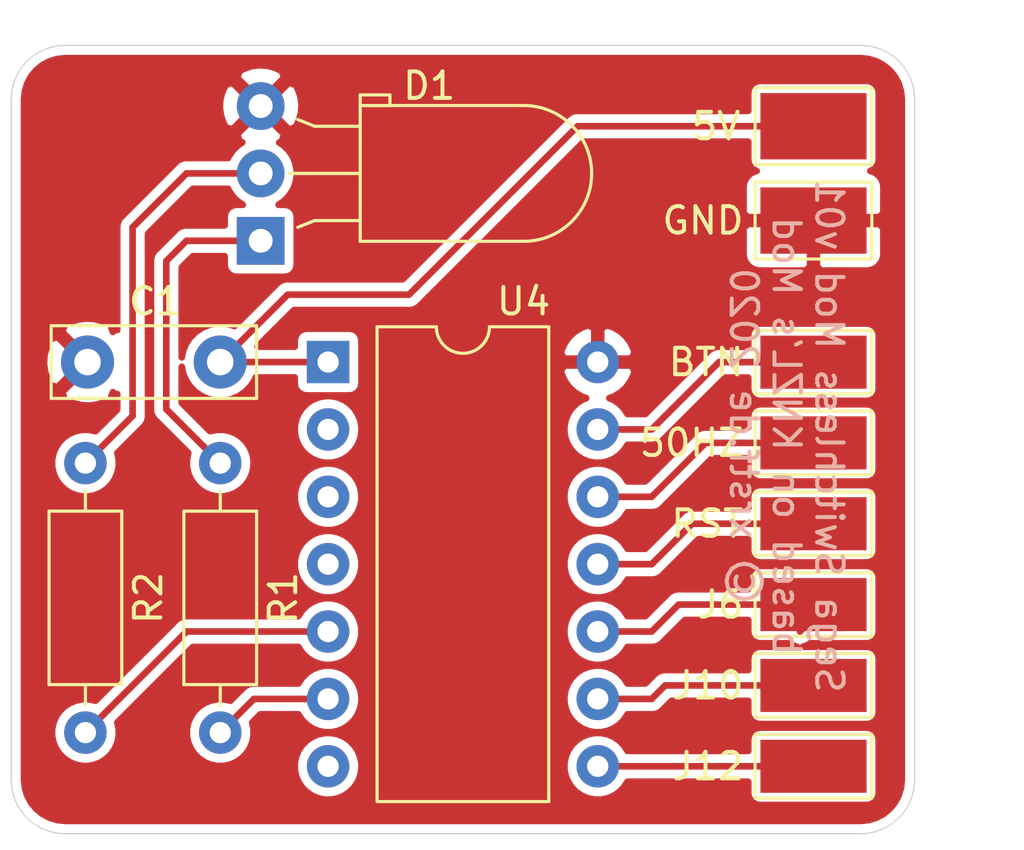
<source format=kicad_pcb>
(kicad_pcb (version 20171130) (host pcbnew "(5.1.6)-1")

  (general
    (thickness 1.6)
    (drawings 9)
    (tracks 35)
    (zones 0)
    (modules 13)
    (nets 13)
  )

  (page A4)
  (title_block
    (date 2020-07-05)
    (rev v01)
    (company xrstf)
  )

  (layers
    (0 F.Cu signal)
    (31 B.Cu signal)
    (32 B.Adhes user)
    (33 F.Adhes user)
    (34 B.Paste user)
    (35 F.Paste user)
    (36 B.SilkS user)
    (37 F.SilkS user)
    (38 B.Mask user)
    (39 F.Mask user)
    (40 Dwgs.User user)
    (41 Cmts.User user)
    (42 Eco1.User user)
    (43 Eco2.User user)
    (44 Edge.Cuts user)
    (45 Margin user)
    (46 B.CrtYd user hide)
    (47 F.CrtYd user)
    (48 B.Fab user)
    (49 F.Fab user)
  )

  (setup
    (last_trace_width 0.25)
    (trace_clearance 0.15)
    (zone_clearance 0.33)
    (zone_45_only no)
    (trace_min 0.127)
    (via_size 0.8)
    (via_drill 0.4)
    (via_min_size 0.4)
    (via_min_drill 0.3)
    (uvia_size 0.3)
    (uvia_drill 0.1)
    (uvias_allowed no)
    (uvia_min_size 0.2)
    (uvia_min_drill 0.1)
    (edge_width 0.05)
    (segment_width 0.2)
    (pcb_text_width 0.3)
    (pcb_text_size 1.5 1.5)
    (mod_edge_width 0.12)
    (mod_text_size 1 1)
    (mod_text_width 0.15)
    (pad_size 1.524 1.524)
    (pad_drill 0.762)
    (pad_to_mask_clearance 0.05)
    (aux_axis_origin 0 0)
    (visible_elements 7FFFFFFF)
    (pcbplotparams
      (layerselection 0x010fc_ffffffff)
      (usegerberextensions false)
      (usegerberattributes true)
      (usegerberadvancedattributes true)
      (creategerberjobfile true)
      (excludeedgelayer true)
      (linewidth 0.100000)
      (plotframeref false)
      (viasonmask false)
      (mode 1)
      (useauxorigin false)
      (hpglpennumber 1)
      (hpglpenspeed 20)
      (hpglpendiameter 15.000000)
      (psnegative false)
      (psa4output false)
      (plotreference true)
      (plotvalue false)
      (plotinvisibletext false)
      (padsonsilk false)
      (subtractmaskfromsilk false)
      (outputformat 1)
      (mirror false)
      (drillshape 0)
      (scaleselection 1)
      (outputdirectory "plot/"))
  )

  (net 0 "")
  (net 1 +5V)
  (net 2 GND)
  (net 3 "Net-(D1-Pad2)")
  (net 4 "Net-(D1-Pad1)")
  (net 5 "Net-(R1-Pad2)")
  (net 6 "Net-(R2-Pad2)")
  (net 7 "Net-(U1-Pad1)")
  (net 8 "Net-(U2-Pad1)")
  (net 9 "Net-(U3-Pad1)")
  (net 10 "Net-(U4-Pad10)")
  (net 11 "Net-(U4-Pad9)")
  (net 12 "Net-(U4-Pad8)")

  (net_class Default "This is the default net class."
    (clearance 0.15)
    (trace_width 0.25)
    (via_dia 0.8)
    (via_drill 0.4)
    (uvia_dia 0.3)
    (uvia_drill 0.1)
    (add_net +5V)
    (add_net GND)
    (add_net "Net-(D1-Pad1)")
    (add_net "Net-(D1-Pad2)")
    (add_net "Net-(R1-Pad2)")
    (add_net "Net-(R2-Pad2)")
    (add_net "Net-(U1-Pad1)")
    (add_net "Net-(U2-Pad1)")
    (add_net "Net-(U3-Pad1)")
    (add_net "Net-(U4-Pad10)")
    (add_net "Net-(U4-Pad8)")
    (add_net "Net-(U4-Pad9)")
  )

  (module SegaSwitchlessMod:WireSolderPad_2.5x4.0mm (layer F.Cu) (tedit 5F01300B) (tstamp 5F019E0C)
    (at 62.992 36.576 180)
    (descr "SMD rectangular pad as test Point, square 2.5mm side length")
    (tags "test point SMD pad rectangle square")
    (path /5F01A949)
    (attr virtual)
    (fp_text reference GND (at 2.54 0) (layer F.SilkS)
      (effects (font (size 1 1) (thickness 0.15)) (justify right))
    )
    (fp_text value Ground (at -5.207 0.127) (layer F.Fab)
      (effects (font (size 1 1) (thickness 0.15)))
    )
    (fp_line (start -2.2 -1.45) (end 2.2 -1.45) (layer F.SilkS) (width 0.12))
    (fp_line (start 2.2 -1.45) (end 2.2 1.45) (layer F.SilkS) (width 0.12))
    (fp_line (start 2.2 1.45) (end -2.2 1.45) (layer F.SilkS) (width 0.12))
    (fp_line (start -2.2 1.45) (end -2.2 -1.45) (layer F.SilkS) (width 0.12))
    (fp_line (start -2.5 -1.75) (end 2.5 -1.75) (layer F.CrtYd) (width 0.05))
    (fp_line (start -2.5 -1.75) (end -2.5 1.75) (layer F.CrtYd) (width 0.05))
    (fp_line (start 2.5 1.75) (end 2.5 -1.75) (layer F.CrtYd) (width 0.05))
    (fp_line (start 2.5 1.75) (end -2.5 1.75) (layer F.CrtYd) (width 0.05))
    (fp_text user %R (at -4.064 -1.143) (layer F.Fab)
      (effects (font (size 1 1) (thickness 0.15)))
    )
    (pad 1 smd rect (at 0 0 180) (size 4 2.5) (layers F.Cu F.Mask)
      (net 2 GND))
  )

  (module SegaSwitchlessMod:WireSolderPad_2.5x4.0mm (layer F.Cu) (tedit 5F01300B) (tstamp 5F020227)
    (at 62.992 33.02)
    (descr "SMD rectangular pad as test Point, square 2.5mm side length")
    (tags "test point SMD pad rectangle square")
    (path /5F01BDF5)
    (attr virtual)
    (fp_text reference 5V (at -2.667 0) (layer F.SilkS)
      (effects (font (size 1 1) (thickness 0.15)) (justify right))
    )
    (fp_text value 5V (at 1.651 -2.413) (layer F.Fab)
      (effects (font (size 1 1) (thickness 0.15)))
    )
    (fp_line (start 2.5 1.75) (end -2.5 1.75) (layer F.CrtYd) (width 0.05))
    (fp_line (start 2.5 1.75) (end 2.5 -1.75) (layer F.CrtYd) (width 0.05))
    (fp_line (start -2.5 -1.75) (end -2.5 1.75) (layer F.CrtYd) (width 0.05))
    (fp_line (start -2.5 -1.75) (end 2.5 -1.75) (layer F.CrtYd) (width 0.05))
    (fp_line (start -2.2 1.45) (end -2.2 -1.45) (layer F.SilkS) (width 0.12))
    (fp_line (start 2.2 1.45) (end -2.2 1.45) (layer F.SilkS) (width 0.12))
    (fp_line (start 2.2 -1.45) (end 2.2 1.45) (layer F.SilkS) (width 0.12))
    (fp_line (start -2.2 -1.45) (end 2.2 -1.45) (layer F.SilkS) (width 0.12))
    (fp_text user %R (at 1.651 -2.413) (layer F.Fab)
      (effects (font (size 1 1) (thickness 0.15)))
    )
    (pad 1 smd rect (at 0 0) (size 4 2.5) (layers F.Cu F.Mask)
      (net 1 +5V))
  )

  (module Package_DIP:DIP-14_W10.16mm (layer F.Cu) (tedit 5A02E8C5) (tstamp 5F01F63F)
    (at 44.704 41.91)
    (descr "14-lead though-hole mounted DIP package, row spacing 10.16 mm (400 mils)")
    (tags "THT DIP DIL PDIP 2.54mm 10.16mm 400mil")
    (path /5F03BE83)
    (fp_text reference U4 (at 7.366 -2.286) (layer F.SilkS)
      (effects (font (size 1 1) (thickness 0.15)))
    )
    (fp_text value PIC16F630-IP (at 5.08 17.57) (layer F.Fab)
      (effects (font (size 1 1) (thickness 0.15)))
    )
    (fp_line (start 11.25 -1.55) (end -1.05 -1.55) (layer F.CrtYd) (width 0.05))
    (fp_line (start 11.25 16.8) (end 11.25 -1.55) (layer F.CrtYd) (width 0.05))
    (fp_line (start -1.05 16.8) (end 11.25 16.8) (layer F.CrtYd) (width 0.05))
    (fp_line (start -1.05 -1.55) (end -1.05 16.8) (layer F.CrtYd) (width 0.05))
    (fp_line (start 8.315 -1.33) (end 6.08 -1.33) (layer F.SilkS) (width 0.12))
    (fp_line (start 8.315 16.57) (end 8.315 -1.33) (layer F.SilkS) (width 0.12))
    (fp_line (start 1.845 16.57) (end 8.315 16.57) (layer F.SilkS) (width 0.12))
    (fp_line (start 1.845 -1.33) (end 1.845 16.57) (layer F.SilkS) (width 0.12))
    (fp_line (start 4.08 -1.33) (end 1.845 -1.33) (layer F.SilkS) (width 0.12))
    (fp_line (start 1.905 -0.27) (end 2.905 -1.27) (layer F.Fab) (width 0.1))
    (fp_line (start 1.905 16.51) (end 1.905 -0.27) (layer F.Fab) (width 0.1))
    (fp_line (start 8.255 16.51) (end 1.905 16.51) (layer F.Fab) (width 0.1))
    (fp_line (start 8.255 -1.27) (end 8.255 16.51) (layer F.Fab) (width 0.1))
    (fp_line (start 2.905 -1.27) (end 8.255 -1.27) (layer F.Fab) (width 0.1))
    (fp_text user %R (at 5.08 7.62) (layer F.Fab)
      (effects (font (size 1 1) (thickness 0.15)))
    )
    (fp_arc (start 5.08 -1.33) (end 4.08 -1.33) (angle -180) (layer F.SilkS) (width 0.12))
    (pad 14 thru_hole oval (at 10.16 0) (size 1.6 1.6) (drill 0.8) (layers *.Cu *.Mask)
      (net 2 GND))
    (pad 7 thru_hole oval (at 0 15.24) (size 1.6 1.6) (drill 0.8) (layers *.Cu *.Mask))
    (pad 13 thru_hole oval (at 10.16 2.54) (size 1.6 1.6) (drill 0.8) (layers *.Cu *.Mask)
      (net 7 "Net-(U1-Pad1)"))
    (pad 6 thru_hole oval (at 0 12.7) (size 1.6 1.6) (drill 0.8) (layers *.Cu *.Mask)
      (net 5 "Net-(R1-Pad2)"))
    (pad 12 thru_hole oval (at 10.16 5.08) (size 1.6 1.6) (drill 0.8) (layers *.Cu *.Mask)
      (net 8 "Net-(U2-Pad1)"))
    (pad 5 thru_hole oval (at 0 10.16) (size 1.6 1.6) (drill 0.8) (layers *.Cu *.Mask)
      (net 6 "Net-(R2-Pad2)"))
    (pad 11 thru_hole oval (at 10.16 7.62) (size 1.6 1.6) (drill 0.8) (layers *.Cu *.Mask)
      (net 9 "Net-(U3-Pad1)"))
    (pad 4 thru_hole oval (at 0 7.62) (size 1.6 1.6) (drill 0.8) (layers *.Cu *.Mask))
    (pad 10 thru_hole oval (at 10.16 10.16) (size 1.6 1.6) (drill 0.8) (layers *.Cu *.Mask)
      (net 10 "Net-(U4-Pad10)"))
    (pad 3 thru_hole oval (at 0 5.08) (size 1.6 1.6) (drill 0.8) (layers *.Cu *.Mask))
    (pad 9 thru_hole oval (at 10.16 12.7) (size 1.6 1.6) (drill 0.8) (layers *.Cu *.Mask)
      (net 11 "Net-(U4-Pad9)"))
    (pad 2 thru_hole oval (at 0 2.54) (size 1.6 1.6) (drill 0.8) (layers *.Cu *.Mask))
    (pad 8 thru_hole oval (at 10.16 15.24) (size 1.6 1.6) (drill 0.8) (layers *.Cu *.Mask)
      (net 12 "Net-(U4-Pad8)"))
    (pad 1 thru_hole rect (at 0 0) (size 1.6 1.6) (drill 0.8) (layers *.Cu *.Mask)
      (net 1 +5V))
    (model ${KISYS3DMOD}/Package_DIP.3dshapes/DIP-14_W10.16mm.wrl
      (at (xyz 0 0 0))
      (scale (xyz 1 1 1))
      (rotate (xyz 0 0 0))
    )
  )

  (module SegaSwitchlessMod:WireSolderPad_2.0x4.0mm (layer F.Cu) (tedit 5F013062) (tstamp 5F01F9D4)
    (at 62.992 57.4)
    (descr "SMD rectangular pad as test Point, square 2.5mm side length")
    (tags "test point SMD pad rectangle square")
    (path /5F020ED1)
    (attr virtual)
    (fp_text reference J12 (at -2.54 -0.25) (layer F.SilkS)
      (effects (font (size 1 1) (thickness 0.15)) (justify right))
    )
    (fp_text value JP12 (at 0.05 2.05) (layer F.Fab)
      (effects (font (size 1 1) (thickness 0.15)))
    )
    (fp_line (start -2.2 -1.45) (end 2.2 -1.45) (layer F.SilkS) (width 0.12))
    (fp_line (start 2.2 -1.45) (end 2.2 0.95) (layer F.SilkS) (width 0.12))
    (fp_line (start 2.2 0.95) (end -2.2 0.95) (layer F.SilkS) (width 0.12))
    (fp_line (start -2.2 0.95) (end -2.2 -1.45) (layer F.SilkS) (width 0.12))
    (fp_line (start -2.5 -1.75) (end 2.5 -1.75) (layer F.CrtYd) (width 0.05))
    (fp_line (start -2.5 -1.75) (end -2.5 1.25) (layer F.CrtYd) (width 0.05))
    (fp_line (start 2.5 1.25) (end 2.5 -1.75) (layer F.CrtYd) (width 0.05))
    (fp_line (start 2.5 1.25) (end -2.5 1.25) (layer F.CrtYd) (width 0.05))
    (fp_text user %R (at -0.55 -2.45) (layer F.Fab)
      (effects (font (size 1 1) (thickness 0.15)))
    )
    (pad 1 smd rect (at 0 -0.25) (size 4 2) (layers F.Cu F.Mask)
      (net 12 "Net-(U4-Pad8)"))
  )

  (module SegaSwitchlessMod:WireSolderPad_2.0x4.0mm (layer F.Cu) (tedit 5F013062) (tstamp 5F019DF0)
    (at 62.992 54.352)
    (descr "SMD rectangular pad as test Point, square 2.5mm side length")
    (tags "test point SMD pad rectangle square")
    (path /5F020982)
    (attr virtual)
    (fp_text reference J10 (at -2.54 -0.25) (layer F.SilkS)
      (effects (font (size 1 1) (thickness 0.15)) (justify right))
    )
    (fp_text value JP10 (at 0.05 2.05) (layer F.Fab)
      (effects (font (size 1 1) (thickness 0.15)))
    )
    (fp_line (start -2.2 -1.45) (end 2.2 -1.45) (layer F.SilkS) (width 0.12))
    (fp_line (start 2.2 -1.45) (end 2.2 0.95) (layer F.SilkS) (width 0.12))
    (fp_line (start 2.2 0.95) (end -2.2 0.95) (layer F.SilkS) (width 0.12))
    (fp_line (start -2.2 0.95) (end -2.2 -1.45) (layer F.SilkS) (width 0.12))
    (fp_line (start -2.5 -1.75) (end 2.5 -1.75) (layer F.CrtYd) (width 0.05))
    (fp_line (start -2.5 -1.75) (end -2.5 1.25) (layer F.CrtYd) (width 0.05))
    (fp_line (start 2.5 1.25) (end 2.5 -1.75) (layer F.CrtYd) (width 0.05))
    (fp_line (start 2.5 1.25) (end -2.5 1.25) (layer F.CrtYd) (width 0.05))
    (fp_text user %R (at -0.55 -2.45) (layer F.Fab)
      (effects (font (size 1 1) (thickness 0.15)))
    )
    (pad 1 smd rect (at 0 -0.25) (size 4 2) (layers F.Cu F.Mask)
      (net 11 "Net-(U4-Pad9)"))
  )

  (module SegaSwitchlessMod:WireSolderPad_2.0x4.0mm (layer F.Cu) (tedit 5F013062) (tstamp 5F019DE2)
    (at 62.992 51.304)
    (descr "SMD rectangular pad as test Point, square 2.5mm side length")
    (tags "test point SMD pad rectangle square")
    (path /5F01FEFC)
    (attr virtual)
    (fp_text reference J6 (at -2.54 -0.25) (layer F.SilkS)
      (effects (font (size 1 1) (thickness 0.15)) (justify right))
    )
    (fp_text value JP6 (at 0.05 2.05) (layer F.Fab)
      (effects (font (size 1 1) (thickness 0.15)))
    )
    (fp_line (start -2.2 -1.45) (end 2.2 -1.45) (layer F.SilkS) (width 0.12))
    (fp_line (start 2.2 -1.45) (end 2.2 0.95) (layer F.SilkS) (width 0.12))
    (fp_line (start 2.2 0.95) (end -2.2 0.95) (layer F.SilkS) (width 0.12))
    (fp_line (start -2.2 0.95) (end -2.2 -1.45) (layer F.SilkS) (width 0.12))
    (fp_line (start -2.5 -1.75) (end 2.5 -1.75) (layer F.CrtYd) (width 0.05))
    (fp_line (start -2.5 -1.75) (end -2.5 1.25) (layer F.CrtYd) (width 0.05))
    (fp_line (start 2.5 1.25) (end 2.5 -1.75) (layer F.CrtYd) (width 0.05))
    (fp_line (start 2.5 1.25) (end -2.5 1.25) (layer F.CrtYd) (width 0.05))
    (fp_text user %R (at -0.55 -2.45) (layer F.Fab)
      (effects (font (size 1 1) (thickness 0.15)))
    )
    (pad 1 smd rect (at 0 -0.25) (size 4 2) (layers F.Cu F.Mask)
      (net 10 "Net-(U4-Pad10)"))
  )

  (module SegaSwitchlessMod:WireSolderPad_2.0x4.0mm (layer F.Cu) (tedit 5F013062) (tstamp 5F019DB2)
    (at 62.992 48.256)
    (descr "SMD rectangular pad as test Point, square 2.5mm side length")
    (tags "test point SMD pad rectangle square")
    (path /5F01E242)
    (attr virtual)
    (fp_text reference RST (at -2.54 -0.25) (layer F.SilkS)
      (effects (font (size 1 1) (thickness 0.15)) (justify right))
    )
    (fp_text value RST (at 0.05 2.05) (layer F.Fab)
      (effects (font (size 1 1) (thickness 0.15)))
    )
    (fp_line (start -2.2 -1.45) (end 2.2 -1.45) (layer F.SilkS) (width 0.12))
    (fp_line (start 2.2 -1.45) (end 2.2 0.95) (layer F.SilkS) (width 0.12))
    (fp_line (start 2.2 0.95) (end -2.2 0.95) (layer F.SilkS) (width 0.12))
    (fp_line (start -2.2 0.95) (end -2.2 -1.45) (layer F.SilkS) (width 0.12))
    (fp_line (start -2.5 -1.75) (end 2.5 -1.75) (layer F.CrtYd) (width 0.05))
    (fp_line (start -2.5 -1.75) (end -2.5 1.25) (layer F.CrtYd) (width 0.05))
    (fp_line (start 2.5 1.25) (end 2.5 -1.75) (layer F.CrtYd) (width 0.05))
    (fp_line (start 2.5 1.25) (end -2.5 1.25) (layer F.CrtYd) (width 0.05))
    (fp_text user %R (at -0.55 -2.45) (layer F.Fab)
      (effects (font (size 1 1) (thickness 0.15)))
    )
    (pad 1 smd rect (at 0 -0.25) (size 4 2) (layers F.Cu F.Mask)
      (net 9 "Net-(U3-Pad1)"))
  )

  (module SegaSwitchlessMod:WireSolderPad_2.0x4.0mm (layer F.Cu) (tedit 5F013062) (tstamp 5F019DA4)
    (at 62.992 45.208)
    (descr "SMD rectangular pad as test Point, square 2.5mm side length")
    (tags "test point SMD pad rectangle square")
    (path /5F01DDEB)
    (attr virtual)
    (fp_text reference 50HZ (at -2.54 -0.25) (layer F.SilkS)
      (effects (font (size 1 1) (thickness 0.15)) (justify right))
    )
    (fp_text value 50 (at 0.05 2.05) (layer F.Fab)
      (effects (font (size 1 1) (thickness 0.15)))
    )
    (fp_line (start -2.2 -1.45) (end 2.2 -1.45) (layer F.SilkS) (width 0.12))
    (fp_line (start 2.2 -1.45) (end 2.2 0.95) (layer F.SilkS) (width 0.12))
    (fp_line (start 2.2 0.95) (end -2.2 0.95) (layer F.SilkS) (width 0.12))
    (fp_line (start -2.2 0.95) (end -2.2 -1.45) (layer F.SilkS) (width 0.12))
    (fp_line (start -2.5 -1.75) (end 2.5 -1.75) (layer F.CrtYd) (width 0.05))
    (fp_line (start -2.5 -1.75) (end -2.5 1.25) (layer F.CrtYd) (width 0.05))
    (fp_line (start 2.5 1.25) (end 2.5 -1.75) (layer F.CrtYd) (width 0.05))
    (fp_line (start 2.5 1.25) (end -2.5 1.25) (layer F.CrtYd) (width 0.05))
    (fp_text user %R (at -0.55 -2.45) (layer F.Fab)
      (effects (font (size 1 1) (thickness 0.15)))
    )
    (pad 1 smd rect (at 0 -0.25) (size 4 2) (layers F.Cu F.Mask)
      (net 8 "Net-(U2-Pad1)"))
  )

  (module SegaSwitchlessMod:WireSolderPad_2.0x4.0mm (layer F.Cu) (tedit 5F013062) (tstamp 5F019D96)
    (at 62.992 42.164)
    (descr "SMD rectangular pad as test Point, square 2.5mm side length")
    (tags "test point SMD pad rectangle square")
    (path /5F01CD79)
    (attr virtual)
    (fp_text reference BTN (at -2.54 -0.25) (layer F.SilkS)
      (effects (font (size 1 1) (thickness 0.15)) (justify right))
    )
    (fp_text value BUTTON (at 0.05 2.05) (layer F.Fab)
      (effects (font (size 1 1) (thickness 0.15)))
    )
    (fp_line (start -2.2 -1.45) (end 2.2 -1.45) (layer F.SilkS) (width 0.12))
    (fp_line (start 2.2 -1.45) (end 2.2 0.95) (layer F.SilkS) (width 0.12))
    (fp_line (start 2.2 0.95) (end -2.2 0.95) (layer F.SilkS) (width 0.12))
    (fp_line (start -2.2 0.95) (end -2.2 -1.45) (layer F.SilkS) (width 0.12))
    (fp_line (start -2.5 -1.75) (end 2.5 -1.75) (layer F.CrtYd) (width 0.05))
    (fp_line (start -2.5 -1.75) (end -2.5 1.25) (layer F.CrtYd) (width 0.05))
    (fp_line (start 2.5 1.25) (end 2.5 -1.75) (layer F.CrtYd) (width 0.05))
    (fp_line (start 2.5 1.25) (end -2.5 1.25) (layer F.CrtYd) (width 0.05))
    (fp_text user %R (at -0.55 -2.45) (layer F.Fab)
      (effects (font (size 1 1) (thickness 0.15)))
    )
    (pad 1 smd rect (at 0 -0.25) (size 4 2) (layers F.Cu F.Mask)
      (net 7 "Net-(U1-Pad1)"))
  )

  (module Resistor_THT:R_Axial_DIN0207_L6.3mm_D2.5mm_P10.16mm_Horizontal (layer F.Cu) (tedit 5AE5139B) (tstamp 5F01A0B8)
    (at 35.56 45.72 270)
    (descr "Resistor, Axial_DIN0207 series, Axial, Horizontal, pin pitch=10.16mm, 0.25W = 1/4W, length*diameter=6.3*2.5mm^2, http://cdn-reichelt.de/documents/datenblatt/B400/1_4W%23YAG.pdf")
    (tags "Resistor Axial_DIN0207 series Axial Horizontal pin pitch 10.16mm 0.25W = 1/4W length 6.3mm diameter 2.5mm")
    (path /5F01D5A4)
    (fp_text reference R2 (at 5.08 -2.37 90) (layer F.SilkS)
      (effects (font (size 1 1) (thickness 0.15)))
    )
    (fp_text value 220 (at 5.08 2.37 90) (layer F.Fab)
      (effects (font (size 1 1) (thickness 0.15)))
    )
    (fp_line (start 11.21 -1.5) (end -1.05 -1.5) (layer F.CrtYd) (width 0.05))
    (fp_line (start 11.21 1.5) (end 11.21 -1.5) (layer F.CrtYd) (width 0.05))
    (fp_line (start -1.05 1.5) (end 11.21 1.5) (layer F.CrtYd) (width 0.05))
    (fp_line (start -1.05 -1.5) (end -1.05 1.5) (layer F.CrtYd) (width 0.05))
    (fp_line (start 9.12 0) (end 8.35 0) (layer F.SilkS) (width 0.12))
    (fp_line (start 1.04 0) (end 1.81 0) (layer F.SilkS) (width 0.12))
    (fp_line (start 8.35 -1.37) (end 1.81 -1.37) (layer F.SilkS) (width 0.12))
    (fp_line (start 8.35 1.37) (end 8.35 -1.37) (layer F.SilkS) (width 0.12))
    (fp_line (start 1.81 1.37) (end 8.35 1.37) (layer F.SilkS) (width 0.12))
    (fp_line (start 1.81 -1.37) (end 1.81 1.37) (layer F.SilkS) (width 0.12))
    (fp_line (start 10.16 0) (end 8.23 0) (layer F.Fab) (width 0.1))
    (fp_line (start 0 0) (end 1.93 0) (layer F.Fab) (width 0.1))
    (fp_line (start 8.23 -1.25) (end 1.93 -1.25) (layer F.Fab) (width 0.1))
    (fp_line (start 8.23 1.25) (end 8.23 -1.25) (layer F.Fab) (width 0.1))
    (fp_line (start 1.93 1.25) (end 8.23 1.25) (layer F.Fab) (width 0.1))
    (fp_line (start 1.93 -1.25) (end 1.93 1.25) (layer F.Fab) (width 0.1))
    (fp_text user %R (at 5.08 0 90) (layer F.Fab)
      (effects (font (size 1 1) (thickness 0.15)))
    )
    (pad 2 thru_hole oval (at 10.16 0 270) (size 1.6 1.6) (drill 0.8) (layers *.Cu *.Mask)
      (net 6 "Net-(R2-Pad2)"))
    (pad 1 thru_hole circle (at 0 0 270) (size 1.6 1.6) (drill 0.8) (layers *.Cu *.Mask)
      (net 3 "Net-(D1-Pad2)"))
    (model ${KISYS3DMOD}/Resistor_THT.3dshapes/R_Axial_DIN0207_L6.3mm_D2.5mm_P10.16mm_Horizontal.wrl
      (at (xyz 0 0 0))
      (scale (xyz 1 1 1))
      (rotate (xyz 0 0 0))
    )
  )

  (module Resistor_THT:R_Axial_DIN0207_L6.3mm_D2.5mm_P10.16mm_Horizontal (layer F.Cu) (tedit 5AE5139B) (tstamp 5F019D71)
    (at 40.64 45.72 270)
    (descr "Resistor, Axial_DIN0207 series, Axial, Horizontal, pin pitch=10.16mm, 0.25W = 1/4W, length*diameter=6.3*2.5mm^2, http://cdn-reichelt.de/documents/datenblatt/B400/1_4W%23YAG.pdf")
    (tags "Resistor Axial_DIN0207 series Axial Horizontal pin pitch 10.16mm 0.25W = 1/4W length 6.3mm diameter 2.5mm")
    (path /5F01E8BC)
    (fp_text reference R1 (at 5.08 -2.37 90) (layer F.SilkS)
      (effects (font (size 1 1) (thickness 0.15)))
    )
    (fp_text value 220 (at 5.08 2.37 90) (layer F.Fab)
      (effects (font (size 1 1) (thickness 0.15)))
    )
    (fp_line (start 11.21 -1.5) (end -1.05 -1.5) (layer F.CrtYd) (width 0.05))
    (fp_line (start 11.21 1.5) (end 11.21 -1.5) (layer F.CrtYd) (width 0.05))
    (fp_line (start -1.05 1.5) (end 11.21 1.5) (layer F.CrtYd) (width 0.05))
    (fp_line (start -1.05 -1.5) (end -1.05 1.5) (layer F.CrtYd) (width 0.05))
    (fp_line (start 9.12 0) (end 8.35 0) (layer F.SilkS) (width 0.12))
    (fp_line (start 1.04 0) (end 1.81 0) (layer F.SilkS) (width 0.12))
    (fp_line (start 8.35 -1.37) (end 1.81 -1.37) (layer F.SilkS) (width 0.12))
    (fp_line (start 8.35 1.37) (end 8.35 -1.37) (layer F.SilkS) (width 0.12))
    (fp_line (start 1.81 1.37) (end 8.35 1.37) (layer F.SilkS) (width 0.12))
    (fp_line (start 1.81 -1.37) (end 1.81 1.37) (layer F.SilkS) (width 0.12))
    (fp_line (start 10.16 0) (end 8.23 0) (layer F.Fab) (width 0.1))
    (fp_line (start 0 0) (end 1.93 0) (layer F.Fab) (width 0.1))
    (fp_line (start 8.23 -1.25) (end 1.93 -1.25) (layer F.Fab) (width 0.1))
    (fp_line (start 8.23 1.25) (end 8.23 -1.25) (layer F.Fab) (width 0.1))
    (fp_line (start 1.93 1.25) (end 8.23 1.25) (layer F.Fab) (width 0.1))
    (fp_line (start 1.93 -1.25) (end 1.93 1.25) (layer F.Fab) (width 0.1))
    (fp_text user %R (at 5.08 0 90) (layer F.Fab)
      (effects (font (size 1 1) (thickness 0.15)))
    )
    (pad 2 thru_hole oval (at 10.16 0 270) (size 1.6 1.6) (drill 0.8) (layers *.Cu *.Mask)
      (net 5 "Net-(R1-Pad2)"))
    (pad 1 thru_hole circle (at 0 0 270) (size 1.6 1.6) (drill 0.8) (layers *.Cu *.Mask)
      (net 4 "Net-(D1-Pad1)"))
    (model ${KISYS3DMOD}/Resistor_THT.3dshapes/R_Axial_DIN0207_L6.3mm_D2.5mm_P10.16mm_Horizontal.wrl
      (at (xyz 0 0 0))
      (scale (xyz 1 1 1))
      (rotate (xyz 0 0 0))
    )
  )

  (module LED_THT:LED_D5.0mm-3_Horizontal_O3.81mm_Z3.0mm (layer F.Cu) (tedit 5AD336A9) (tstamp 5F02112D)
    (at 42.164 37.338 90)
    (descr "LED, diameter 5.0mm z-position of LED center 3.0mm, 3 pins, diameter 5.0mm z-position of LED center 3.0mm, 2 pins")
    (tags "LED diameter 5.0mm z-position of LED center 3.0mm 3 pins diameter 5.0mm z-position of LED center 3.0mm 2 pins")
    (path /5F0A1C27)
    (fp_text reference D1 (at 5.842 6.35) (layer F.SilkS)
      (effects (font (size 1 1) (thickness 0.15)))
    )
    (fp_text value LED_Dual_AAC (at 3.81 13.47 90) (layer F.Fab)
      (effects (font (size 1 1) (thickness 0.15)))
    )
    (fp_line (start -1.15 -1.15) (end -1.15 12.65) (layer F.CrtYd) (width 0.05))
    (fp_line (start 6.25 -1.15) (end -1.15 -1.15) (layer F.CrtYd) (width 0.05))
    (fp_line (start 6.25 12.65) (end 6.25 -1.15) (layer F.CrtYd) (width 0.05))
    (fp_line (start -1.15 12.65) (end 6.25 12.65) (layer F.CrtYd) (width 0.05))
    (fp_line (start 0.762 2.032) (end 0.508 1.397) (layer F.SilkS) (width 0.12))
    (fp_line (start 0.762 2.032) (end 0 0) (layer F.Fab) (width 0.1))
    (fp_line (start 4.318 2.032) (end 5.08 0) (layer F.Fab) (width 0.1))
    (fp_line (start 4.318 2.032) (end 4.572 1.397) (layer F.SilkS) (width 0.12))
    (fp_line (start 0.04 3.81) (end 0.04 9.91) (layer F.Fab) (width 0.1))
    (fp_line (start 5.04 3.81) (end 5.04 9.91) (layer F.Fab) (width 0.1))
    (fp_line (start 0.04 3.81) (end 5.04 3.81) (layer F.Fab) (width 0.1))
    (fp_line (start 5.44 3.81) (end 5.44 4.81) (layer F.Fab) (width 0.1))
    (fp_line (start 5.44 4.81) (end 5.04 4.81) (layer F.Fab) (width 0.1))
    (fp_line (start 5.04 4.81) (end 5.04 3.81) (layer F.Fab) (width 0.1))
    (fp_line (start 5.04 3.81) (end 5.44 3.81) (layer F.Fab) (width 0.1))
    (fp_line (start 2.54 0) (end 2.54 3.81) (layer F.Fab) (width 0.1))
    (fp_line (start 1.27 3.81) (end 1.27 3.81) (layer F.Fab) (width 0.1))
    (fp_line (start 2.54 3.81) (end 2.54 0) (layer F.Fab) (width 0.1))
    (fp_line (start 2.54 0) (end 2.54 0) (layer F.Fab) (width 0.1))
    (fp_line (start 4.318 2.032) (end 4.318 3.81) (layer F.Fab) (width 0.1))
    (fp_line (start 3.81 3.81) (end 3.81 3.81) (layer F.Fab) (width 0.1))
    (fp_line (start 0.762 3.81) (end 0.762 2.032) (layer F.Fab) (width 0.1))
    (fp_line (start 5.08 0) (end 5.08 0) (layer F.Fab) (width 0.1))
    (fp_line (start -0.02 3.75) (end -0.02 9.91) (layer F.SilkS) (width 0.12))
    (fp_line (start 5.1 3.75) (end 5.1 9.91) (layer F.SilkS) (width 0.12))
    (fp_line (start -0.02 3.75) (end 5.1 3.75) (layer F.SilkS) (width 0.12))
    (fp_line (start 5.5 3.75) (end 5.5 4.87) (layer F.SilkS) (width 0.12))
    (fp_line (start 5.5 4.87) (end 5.1 4.87) (layer F.SilkS) (width 0.12))
    (fp_line (start 5.1 4.87) (end 5.1 3.75) (layer F.SilkS) (width 0.12))
    (fp_line (start 5.1 3.75) (end 5.5 3.75) (layer F.SilkS) (width 0.12))
    (fp_line (start 2.54 1.08) (end 2.54 3.75) (layer F.SilkS) (width 0.12))
    (fp_line (start 1.27 3.75) (end 1.27 3.75) (layer F.SilkS) (width 0.12))
    (fp_line (start 2.54 3.75) (end 2.54 1.08) (layer F.SilkS) (width 0.12))
    (fp_line (start 2.54 1.08) (end 2.54 1.08) (layer F.SilkS) (width 0.12))
    (fp_line (start 0.762 2.032) (end 0.762 3.75) (layer F.SilkS) (width 0.12))
    (fp_line (start 3.81 3.75) (end 3.81 3.75) (layer F.SilkS) (width 0.12))
    (fp_line (start 4.318 3.75) (end 4.318 2.032) (layer F.SilkS) (width 0.12))
    (fp_text user %R (at 2.54 7.62 90) (layer F.Fab)
      (effects (font (size 1 1) (thickness 0.15)))
    )
    (fp_arc (start 2.54 9.91) (end 0.04 9.91) (angle -180) (layer F.Fab) (width 0.1))
    (fp_arc (start 2.54 9.91) (end -0.02 9.91) (angle -180) (layer F.SilkS) (width 0.12))
    (pad 1 thru_hole rect (at 0 0 90) (size 1.8 1.8) (drill 0.9) (layers *.Cu *.Mask)
      (net 4 "Net-(D1-Pad1)"))
    (pad 2 thru_hole circle (at 2.54 0 90) (size 1.8 1.8) (drill 0.9) (layers *.Cu *.Mask)
      (net 3 "Net-(D1-Pad2)"))
    (pad 3 thru_hole circle (at 5.08 0 90) (size 1.8 1.8) (drill 0.9) (layers *.Cu *.Mask)
      (net 2 GND))
    (model ${KISYS3DMOD}/LED_THT.3dshapes/LED_D5.0mm-3_Horizontal_O3.81mm_Z3.0mm.wrl
      (at (xyz 0 0 0))
      (scale (xyz 1 1 1))
      (rotate (xyz 0 0 0))
    )
  )

  (module Capacitor_THT:C_Disc_D7.5mm_W2.5mm_P5.00mm (layer F.Cu) (tedit 5AE50EF0) (tstamp 5F019D2B)
    (at 35.64 41.91)
    (descr "C, Disc series, Radial, pin pitch=5.00mm, , diameter*width=7.5*2.5mm^2, Capacitor, http://www.vishay.com/docs/28535/vy2series.pdf")
    (tags "C Disc series Radial pin pitch 5.00mm  diameter 7.5mm width 2.5mm Capacitor")
    (path /5F015BAD)
    (fp_text reference C1 (at 2.54 -2.286) (layer F.SilkS)
      (effects (font (size 1 1) (thickness 0.15)))
    )
    (fp_text value 100nF (at 2.5 2.5) (layer F.Fab)
      (effects (font (size 1 1) (thickness 0.15)))
    )
    (fp_line (start 6.5 -1.5) (end -1.5 -1.5) (layer F.CrtYd) (width 0.05))
    (fp_line (start 6.5 1.5) (end 6.5 -1.5) (layer F.CrtYd) (width 0.05))
    (fp_line (start -1.5 1.5) (end 6.5 1.5) (layer F.CrtYd) (width 0.05))
    (fp_line (start -1.5 -1.5) (end -1.5 1.5) (layer F.CrtYd) (width 0.05))
    (fp_line (start 6.37 -1.37) (end 6.37 1.37) (layer F.SilkS) (width 0.12))
    (fp_line (start -1.37 -1.37) (end -1.37 1.37) (layer F.SilkS) (width 0.12))
    (fp_line (start -1.37 1.37) (end 6.37 1.37) (layer F.SilkS) (width 0.12))
    (fp_line (start -1.37 -1.37) (end 6.37 -1.37) (layer F.SilkS) (width 0.12))
    (fp_line (start 6.25 -1.25) (end -1.25 -1.25) (layer F.Fab) (width 0.1))
    (fp_line (start 6.25 1.25) (end 6.25 -1.25) (layer F.Fab) (width 0.1))
    (fp_line (start -1.25 1.25) (end 6.25 1.25) (layer F.Fab) (width 0.1))
    (fp_line (start -1.25 -1.25) (end -1.25 1.25) (layer F.Fab) (width 0.1))
    (fp_text user %R (at 2.5 0) (layer F.Fab)
      (effects (font (size 1 1) (thickness 0.15)))
    )
    (pad 2 thru_hole circle (at 5 0) (size 2 2) (drill 1) (layers *.Cu *.Mask)
      (net 1 +5V))
    (pad 1 thru_hole circle (at 0 0) (size 2 2) (drill 1) (layers *.Cu *.Mask)
      (net 2 GND))
    (model ${KISYS3DMOD}/Capacitor_THT.3dshapes/C_Disc_D7.5mm_W2.5mm_P5.00mm.wrl
      (at (xyz 0 0 0))
      (scale (xyz 1 1 1))
      (rotate (xyz 0 0 0))
    )
  )

  (gr_text "Sega Switchless Mod v01\nbased on KNZL's Mod\n© xrstf.de 2020" (at 61.976 44.704 -90) (layer B.SilkS)
    (effects (font (size 1 1) (thickness 0.15)) (justify mirror))
  )
  (gr_arc (start 34.798 57.658) (end 32.766 57.658) (angle -90) (layer Edge.Cuts) (width 0.05))
  (gr_arc (start 34.798 32.004) (end 34.798 29.972) (angle -90) (layer Edge.Cuts) (width 0.05))
  (gr_arc (start 64.77 32.004) (end 66.802 32.004) (angle -90) (layer Edge.Cuts) (width 0.05))
  (gr_arc (start 64.77 57.658) (end 64.77 59.69) (angle -90) (layer Edge.Cuts) (width 0.05))
  (gr_line (start 34.798 59.69) (end 64.77 59.69) (layer Edge.Cuts) (width 0.05) (tstamp 5F01AC87))
  (gr_line (start 32.766 32.004) (end 32.766 57.658) (layer Edge.Cuts) (width 0.05))
  (gr_line (start 64.77 29.972) (end 34.798 29.972) (layer Edge.Cuts) (width 0.05))
  (gr_line (start 66.802 57.658) (end 66.802 32.004) (layer Edge.Cuts) (width 0.05))

  (segment (start 40.64 41.91) (end 44.704 41.91) (width 0.25) (layer F.Cu) (net 1))
  (segment (start 43.18 39.37) (end 40.64 41.91) (width 0.25) (layer F.Cu) (net 1))
  (segment (start 47.752 39.37) (end 43.18 39.37) (width 0.25) (layer F.Cu) (net 1))
  (segment (start 62.992 33.02) (end 54.102 33.02) (width 0.25) (layer F.Cu) (net 1))
  (segment (start 54.102 33.02) (end 47.752 39.37) (width 0.25) (layer F.Cu) (net 1))
  (segment (start 35.56 45.72) (end 37.338 43.942) (width 0.25) (layer F.Cu) (net 3))
  (segment (start 37.338 43.942) (end 37.338 36.83) (width 0.25) (layer F.Cu) (net 3))
  (segment (start 39.37 34.798) (end 42.164 34.798) (width 0.25) (layer F.Cu) (net 3))
  (segment (start 37.338 36.83) (end 39.37 34.798) (width 0.25) (layer F.Cu) (net 3))
  (segment (start 40.64 45.72) (end 38.608 43.688) (width 0.25) (layer F.Cu) (net 4))
  (segment (start 38.608 43.688) (end 38.608 38.1) (width 0.25) (layer F.Cu) (net 4))
  (segment (start 39.37 37.338) (end 42.164 37.338) (width 0.25) (layer F.Cu) (net 4))
  (segment (start 38.608 38.1) (end 39.37 37.338) (width 0.25) (layer F.Cu) (net 4))
  (segment (start 40.894 55.88) (end 40.64 55.88) (width 0.25) (layer F.Cu) (net 5))
  (segment (start 41.91 54.61) (end 40.64 55.88) (width 0.25) (layer F.Cu) (net 5))
  (segment (start 44.704 54.61) (end 41.91 54.61) (width 0.25) (layer F.Cu) (net 5))
  (segment (start 39.37 52.07) (end 35.56 55.88) (width 0.25) (layer F.Cu) (net 6))
  (segment (start 44.704 52.07) (end 39.37 52.07) (width 0.25) (layer F.Cu) (net 6))
  (segment (start 54.864 44.45) (end 56.896 44.45) (width 0.25) (layer F.Cu) (net 7))
  (segment (start 59.432 41.914) (end 62.992 41.914) (width 0.25) (layer F.Cu) (net 7))
  (segment (start 56.896 44.45) (end 59.432 41.914) (width 0.25) (layer F.Cu) (net 7))
  (segment (start 54.864 46.99) (end 56.896 46.99) (width 0.25) (layer F.Cu) (net 8))
  (segment (start 58.928 44.958) (end 62.992 44.958) (width 0.25) (layer F.Cu) (net 8))
  (segment (start 56.896 46.99) (end 58.928 44.958) (width 0.25) (layer F.Cu) (net 8))
  (segment (start 54.864 49.53) (end 56.896 49.53) (width 0.25) (layer F.Cu) (net 9))
  (segment (start 58.42 48.006) (end 62.992 48.006) (width 0.25) (layer F.Cu) (net 9))
  (segment (start 56.896 49.53) (end 58.42 48.006) (width 0.25) (layer F.Cu) (net 9))
  (segment (start 62.484 52.07) (end 62.992 51.562) (width 0.25) (layer F.Cu) (net 10))
  (segment (start 54.864 52.07) (end 56.896 52.07) (width 0.25) (layer F.Cu) (net 10))
  (segment (start 57.912 51.054) (end 62.992 51.054) (width 0.25) (layer F.Cu) (net 10))
  (segment (start 56.896 52.07) (end 57.912 51.054) (width 0.25) (layer F.Cu) (net 10))
  (segment (start 54.864 54.61) (end 56.896 54.61) (width 0.25) (layer F.Cu) (net 11))
  (segment (start 57.404 54.102) (end 62.992 54.102) (width 0.25) (layer F.Cu) (net 11))
  (segment (start 56.896 54.61) (end 57.404 54.102) (width 0.25) (layer F.Cu) (net 11))
  (segment (start 54.864 57.15) (end 62.992 57.15) (width 0.25) (layer F.Cu) (net 12))

  (zone (net 2) (net_name GND) (layer F.Cu) (tstamp 5F020813) (hatch edge 0.508)
    (connect_pads (clearance 0.33))
    (min_thickness 0.254)
    (fill yes (arc_segments 32) (thermal_gap 0.508) (thermal_bridge_width 0.508))
    (polygon
      (pts
        (xy 67.056 59.944) (xy 32.512 59.944) (xy 32.512 29.718) (xy 67.056 29.718)
      )
    )
    (filled_polygon
      (pts
        (xy 65.070617 30.485787) (xy 65.359776 30.573089) (xy 65.626478 30.714897) (xy 65.860555 30.905806) (xy 66.053094 31.138546)
        (xy 66.196758 31.404247) (xy 66.286077 31.692792) (xy 66.320001 32.015563) (xy 66.32 57.634422) (xy 66.288213 57.958617)
        (xy 66.20091 58.247777) (xy 66.0591 58.514481) (xy 65.868197 58.748552) (xy 65.635454 58.941094) (xy 65.369755 59.084757)
        (xy 65.08121 59.174077) (xy 64.758446 59.208) (xy 34.821578 59.208) (xy 34.497383 59.176213) (xy 34.208223 59.08891)
        (xy 33.941519 58.9471) (xy 33.707448 58.756197) (xy 33.514906 58.523454) (xy 33.371243 58.257755) (xy 33.281923 57.96921)
        (xy 33.248 57.646446) (xy 33.248 55.756196) (xy 34.303 55.756196) (xy 34.303 56.003804) (xy 34.351306 56.246653)
        (xy 34.446061 56.475413) (xy 34.583624 56.681291) (xy 34.758709 56.856376) (xy 34.964587 56.993939) (xy 35.193347 57.088694)
        (xy 35.436196 57.137) (xy 35.683804 57.137) (xy 35.926653 57.088694) (xy 36.155413 56.993939) (xy 36.361291 56.856376)
        (xy 36.536376 56.681291) (xy 36.673939 56.475413) (xy 36.768694 56.246653) (xy 36.817 56.003804) (xy 36.817 55.756196)
        (xy 39.383 55.756196) (xy 39.383 56.003804) (xy 39.431306 56.246653) (xy 39.526061 56.475413) (xy 39.663624 56.681291)
        (xy 39.838709 56.856376) (xy 40.044587 56.993939) (xy 40.273347 57.088694) (xy 40.516196 57.137) (xy 40.763804 57.137)
        (xy 41.006653 57.088694) (xy 41.157537 57.026196) (xy 43.447 57.026196) (xy 43.447 57.273804) (xy 43.495306 57.516653)
        (xy 43.590061 57.745413) (xy 43.727624 57.951291) (xy 43.902709 58.126376) (xy 44.108587 58.263939) (xy 44.337347 58.358694)
        (xy 44.580196 58.407) (xy 44.827804 58.407) (xy 45.070653 58.358694) (xy 45.299413 58.263939) (xy 45.505291 58.126376)
        (xy 45.680376 57.951291) (xy 45.817939 57.745413) (xy 45.912694 57.516653) (xy 45.961 57.273804) (xy 45.961 57.026196)
        (xy 53.607 57.026196) (xy 53.607 57.273804) (xy 53.655306 57.516653) (xy 53.750061 57.745413) (xy 53.887624 57.951291)
        (xy 54.062709 58.126376) (xy 54.268587 58.263939) (xy 54.497347 58.358694) (xy 54.740196 58.407) (xy 54.987804 58.407)
        (xy 55.230653 58.358694) (xy 55.459413 58.263939) (xy 55.665291 58.126376) (xy 55.840376 57.951291) (xy 55.977939 57.745413)
        (xy 55.983495 57.732) (xy 60.532789 57.732) (xy 60.532789 58.15) (xy 60.541613 58.239588) (xy 60.567744 58.325732)
        (xy 60.61018 58.405124) (xy 60.667289 58.474711) (xy 60.736876 58.53182) (xy 60.816268 58.574256) (xy 60.902412 58.600387)
        (xy 60.992 58.609211) (xy 64.992 58.609211) (xy 65.081588 58.600387) (xy 65.167732 58.574256) (xy 65.247124 58.53182)
        (xy 65.316711 58.474711) (xy 65.37382 58.405124) (xy 65.416256 58.325732) (xy 65.442387 58.239588) (xy 65.451211 58.15)
        (xy 65.451211 56.15) (xy 65.442387 56.060412) (xy 65.416256 55.974268) (xy 65.37382 55.894876) (xy 65.316711 55.825289)
        (xy 65.247124 55.76818) (xy 65.167732 55.725744) (xy 65.081588 55.699613) (xy 64.992 55.690789) (xy 60.992 55.690789)
        (xy 60.902412 55.699613) (xy 60.816268 55.725744) (xy 60.736876 55.76818) (xy 60.667289 55.825289) (xy 60.61018 55.894876)
        (xy 60.567744 55.974268) (xy 60.541613 56.060412) (xy 60.532789 56.15) (xy 60.532789 56.568) (xy 55.983495 56.568)
        (xy 55.977939 56.554587) (xy 55.840376 56.348709) (xy 55.665291 56.173624) (xy 55.459413 56.036061) (xy 55.230653 55.941306)
        (xy 54.987804 55.893) (xy 54.740196 55.893) (xy 54.497347 55.941306) (xy 54.268587 56.036061) (xy 54.062709 56.173624)
        (xy 53.887624 56.348709) (xy 53.750061 56.554587) (xy 53.655306 56.783347) (xy 53.607 57.026196) (xy 45.961 57.026196)
        (xy 45.912694 56.783347) (xy 45.817939 56.554587) (xy 45.680376 56.348709) (xy 45.505291 56.173624) (xy 45.299413 56.036061)
        (xy 45.070653 55.941306) (xy 44.827804 55.893) (xy 44.580196 55.893) (xy 44.337347 55.941306) (xy 44.108587 56.036061)
        (xy 43.902709 56.173624) (xy 43.727624 56.348709) (xy 43.590061 56.554587) (xy 43.495306 56.783347) (xy 43.447 57.026196)
        (xy 41.157537 57.026196) (xy 41.235413 56.993939) (xy 41.441291 56.856376) (xy 41.616376 56.681291) (xy 41.753939 56.475413)
        (xy 41.848694 56.246653) (xy 41.897 56.003804) (xy 41.897 55.756196) (xy 41.848694 55.513347) (xy 41.843138 55.499934)
        (xy 42.151072 55.192) (xy 43.584505 55.192) (xy 43.590061 55.205413) (xy 43.727624 55.411291) (xy 43.902709 55.586376)
        (xy 44.108587 55.723939) (xy 44.337347 55.818694) (xy 44.580196 55.867) (xy 44.827804 55.867) (xy 45.070653 55.818694)
        (xy 45.299413 55.723939) (xy 45.505291 55.586376) (xy 45.680376 55.411291) (xy 45.817939 55.205413) (xy 45.912694 54.976653)
        (xy 45.961 54.733804) (xy 45.961 54.486196) (xy 45.912694 54.243347) (xy 45.817939 54.014587) (xy 45.680376 53.808709)
        (xy 45.505291 53.633624) (xy 45.299413 53.496061) (xy 45.070653 53.401306) (xy 44.827804 53.353) (xy 44.580196 53.353)
        (xy 44.337347 53.401306) (xy 44.108587 53.496061) (xy 43.902709 53.633624) (xy 43.727624 53.808709) (xy 43.590061 54.014587)
        (xy 43.584505 54.028) (xy 41.938581 54.028) (xy 41.909999 54.025185) (xy 41.881418 54.028) (xy 41.881408 54.028)
        (xy 41.795908 54.036421) (xy 41.686201 54.0697) (xy 41.585094 54.123743) (xy 41.496473 54.196473) (xy 41.478248 54.21868)
        (xy 41.020066 54.676862) (xy 41.006653 54.671306) (xy 40.763804 54.623) (xy 40.516196 54.623) (xy 40.273347 54.671306)
        (xy 40.044587 54.766061) (xy 39.838709 54.903624) (xy 39.663624 55.078709) (xy 39.526061 55.284587) (xy 39.431306 55.513347)
        (xy 39.383 55.756196) (xy 36.817 55.756196) (xy 36.768694 55.513347) (xy 36.763138 55.499933) (xy 39.611072 52.652)
        (xy 43.584505 52.652) (xy 43.590061 52.665413) (xy 43.727624 52.871291) (xy 43.902709 53.046376) (xy 44.108587 53.183939)
        (xy 44.337347 53.278694) (xy 44.580196 53.327) (xy 44.827804 53.327) (xy 45.070653 53.278694) (xy 45.299413 53.183939)
        (xy 45.505291 53.046376) (xy 45.680376 52.871291) (xy 45.817939 52.665413) (xy 45.912694 52.436653) (xy 45.961 52.193804)
        (xy 45.961 51.946196) (xy 53.607 51.946196) (xy 53.607 52.193804) (xy 53.655306 52.436653) (xy 53.750061 52.665413)
        (xy 53.887624 52.871291) (xy 54.062709 53.046376) (xy 54.268587 53.183939) (xy 54.497347 53.278694) (xy 54.740196 53.327)
        (xy 54.987804 53.327) (xy 55.230653 53.278694) (xy 55.459413 53.183939) (xy 55.665291 53.046376) (xy 55.840376 52.871291)
        (xy 55.977939 52.665413) (xy 55.983495 52.652) (xy 56.867419 52.652) (xy 56.896 52.654815) (xy 56.924581 52.652)
        (xy 56.924592 52.652) (xy 57.010092 52.643579) (xy 57.119799 52.6103) (xy 57.220906 52.556257) (xy 57.309527 52.483527)
        (xy 57.327756 52.461315) (xy 58.153072 51.636) (xy 60.532789 51.636) (xy 60.532789 52.054) (xy 60.541613 52.143588)
        (xy 60.567744 52.229732) (xy 60.61018 52.309124) (xy 60.667289 52.378711) (xy 60.736876 52.43582) (xy 60.816268 52.478256)
        (xy 60.902412 52.504387) (xy 60.992 52.513211) (xy 62.106643 52.513211) (xy 62.159094 52.556256) (xy 62.2602 52.610299)
        (xy 62.367307 52.642789) (xy 60.992 52.642789) (xy 60.902412 52.651613) (xy 60.816268 52.677744) (xy 60.736876 52.72018)
        (xy 60.667289 52.777289) (xy 60.61018 52.846876) (xy 60.567744 52.926268) (xy 60.541613 53.012412) (xy 60.532789 53.102)
        (xy 60.532789 53.52) (xy 57.432581 53.52) (xy 57.403999 53.517185) (xy 57.375418 53.52) (xy 57.375408 53.52)
        (xy 57.289908 53.528421) (xy 57.180201 53.5617) (xy 57.079094 53.615743) (xy 56.990473 53.688473) (xy 56.972248 53.71068)
        (xy 56.654929 54.028) (xy 55.983495 54.028) (xy 55.977939 54.014587) (xy 55.840376 53.808709) (xy 55.665291 53.633624)
        (xy 55.459413 53.496061) (xy 55.230653 53.401306) (xy 54.987804 53.353) (xy 54.740196 53.353) (xy 54.497347 53.401306)
        (xy 54.268587 53.496061) (xy 54.062709 53.633624) (xy 53.887624 53.808709) (xy 53.750061 54.014587) (xy 53.655306 54.243347)
        (xy 53.607 54.486196) (xy 53.607 54.733804) (xy 53.655306 54.976653) (xy 53.750061 55.205413) (xy 53.887624 55.411291)
        (xy 54.062709 55.586376) (xy 54.268587 55.723939) (xy 54.497347 55.818694) (xy 54.740196 55.867) (xy 54.987804 55.867)
        (xy 55.230653 55.818694) (xy 55.459413 55.723939) (xy 55.665291 55.586376) (xy 55.840376 55.411291) (xy 55.977939 55.205413)
        (xy 55.983495 55.192) (xy 56.867419 55.192) (xy 56.896 55.194815) (xy 56.924581 55.192) (xy 56.924592 55.192)
        (xy 57.010092 55.183579) (xy 57.119799 55.1503) (xy 57.220906 55.096257) (xy 57.309527 55.023527) (xy 57.327756 55.001315)
        (xy 57.645072 54.684) (xy 60.532789 54.684) (xy 60.532789 55.102) (xy 60.541613 55.191588) (xy 60.567744 55.277732)
        (xy 60.61018 55.357124) (xy 60.667289 55.426711) (xy 60.736876 55.48382) (xy 60.816268 55.526256) (xy 60.902412 55.552387)
        (xy 60.992 55.561211) (xy 64.992 55.561211) (xy 65.081588 55.552387) (xy 65.167732 55.526256) (xy 65.247124 55.48382)
        (xy 65.316711 55.426711) (xy 65.37382 55.357124) (xy 65.416256 55.277732) (xy 65.442387 55.191588) (xy 65.451211 55.102)
        (xy 65.451211 53.102) (xy 65.442387 53.012412) (xy 65.416256 52.926268) (xy 65.37382 52.846876) (xy 65.316711 52.777289)
        (xy 65.247124 52.72018) (xy 65.167732 52.677744) (xy 65.081588 52.651613) (xy 64.992 52.642789) (xy 62.600693 52.642789)
        (xy 62.7078 52.610299) (xy 62.808906 52.556256) (xy 62.861356 52.513211) (xy 64.992 52.513211) (xy 65.081588 52.504387)
        (xy 65.167732 52.478256) (xy 65.247124 52.43582) (xy 65.316711 52.378711) (xy 65.37382 52.309124) (xy 65.416256 52.229732)
        (xy 65.442387 52.143588) (xy 65.451211 52.054) (xy 65.451211 50.054) (xy 65.442387 49.964412) (xy 65.416256 49.878268)
        (xy 65.37382 49.798876) (xy 65.316711 49.729289) (xy 65.247124 49.67218) (xy 65.167732 49.629744) (xy 65.081588 49.603613)
        (xy 64.992 49.594789) (xy 60.992 49.594789) (xy 60.902412 49.603613) (xy 60.816268 49.629744) (xy 60.736876 49.67218)
        (xy 60.667289 49.729289) (xy 60.61018 49.798876) (xy 60.567744 49.878268) (xy 60.541613 49.964412) (xy 60.532789 50.054)
        (xy 60.532789 50.472) (xy 57.940581 50.472) (xy 57.912 50.469185) (xy 57.883418 50.472) (xy 57.883408 50.472)
        (xy 57.797908 50.480421) (xy 57.688201 50.5137) (xy 57.587094 50.567743) (xy 57.498473 50.640473) (xy 57.480248 50.66268)
        (xy 56.654929 51.488) (xy 55.983495 51.488) (xy 55.977939 51.474587) (xy 55.840376 51.268709) (xy 55.665291 51.093624)
        (xy 55.459413 50.956061) (xy 55.230653 50.861306) (xy 54.987804 50.813) (xy 54.740196 50.813) (xy 54.497347 50.861306)
        (xy 54.268587 50.956061) (xy 54.062709 51.093624) (xy 53.887624 51.268709) (xy 53.750061 51.474587) (xy 53.655306 51.703347)
        (xy 53.607 51.946196) (xy 45.961 51.946196) (xy 45.912694 51.703347) (xy 45.817939 51.474587) (xy 45.680376 51.268709)
        (xy 45.505291 51.093624) (xy 45.299413 50.956061) (xy 45.070653 50.861306) (xy 44.827804 50.813) (xy 44.580196 50.813)
        (xy 44.337347 50.861306) (xy 44.108587 50.956061) (xy 43.902709 51.093624) (xy 43.727624 51.268709) (xy 43.590061 51.474587)
        (xy 43.584505 51.488) (xy 39.398584 51.488) (xy 39.37 51.485185) (xy 39.341416 51.488) (xy 39.341408 51.488)
        (xy 39.265597 51.495467) (xy 39.255907 51.496421) (xy 39.222628 51.506516) (xy 39.146201 51.5297) (xy 39.099136 51.554857)
        (xy 39.045093 51.583743) (xy 39.03223 51.5943) (xy 38.956473 51.656473) (xy 38.938248 51.67868) (xy 35.940067 54.676862)
        (xy 35.926653 54.671306) (xy 35.683804 54.623) (xy 35.436196 54.623) (xy 35.193347 54.671306) (xy 34.964587 54.766061)
        (xy 34.758709 54.903624) (xy 34.583624 55.078709) (xy 34.446061 55.284587) (xy 34.351306 55.513347) (xy 34.303 55.756196)
        (xy 33.248 55.756196) (xy 33.248 49.406196) (xy 43.447 49.406196) (xy 43.447 49.653804) (xy 43.495306 49.896653)
        (xy 43.590061 50.125413) (xy 43.727624 50.331291) (xy 43.902709 50.506376) (xy 44.108587 50.643939) (xy 44.337347 50.738694)
        (xy 44.580196 50.787) (xy 44.827804 50.787) (xy 45.070653 50.738694) (xy 45.299413 50.643939) (xy 45.505291 50.506376)
        (xy 45.680376 50.331291) (xy 45.817939 50.125413) (xy 45.912694 49.896653) (xy 45.961 49.653804) (xy 45.961 49.406196)
        (xy 53.607 49.406196) (xy 53.607 49.653804) (xy 53.655306 49.896653) (xy 53.750061 50.125413) (xy 53.887624 50.331291)
        (xy 54.062709 50.506376) (xy 54.268587 50.643939) (xy 54.497347 50.738694) (xy 54.740196 50.787) (xy 54.987804 50.787)
        (xy 55.230653 50.738694) (xy 55.459413 50.643939) (xy 55.665291 50.506376) (xy 55.840376 50.331291) (xy 55.977939 50.125413)
        (xy 55.983495 50.112) (xy 56.867419 50.112) (xy 56.896 50.114815) (xy 56.924581 50.112) (xy 56.924592 50.112)
        (xy 57.010092 50.103579) (xy 57.119799 50.0703) (xy 57.220906 50.016257) (xy 57.309527 49.943527) (xy 57.327756 49.921315)
        (xy 58.661072 48.588) (xy 60.532789 48.588) (xy 60.532789 49.006) (xy 60.541613 49.095588) (xy 60.567744 49.181732)
        (xy 60.61018 49.261124) (xy 60.667289 49.330711) (xy 60.736876 49.38782) (xy 60.816268 49.430256) (xy 60.902412 49.456387)
        (xy 60.992 49.465211) (xy 64.992 49.465211) (xy 65.081588 49.456387) (xy 65.167732 49.430256) (xy 65.247124 49.38782)
        (xy 65.316711 49.330711) (xy 65.37382 49.261124) (xy 65.416256 49.181732) (xy 65.442387 49.095588) (xy 65.451211 49.006)
        (xy 65.451211 47.006) (xy 65.442387 46.916412) (xy 65.416256 46.830268) (xy 65.37382 46.750876) (xy 65.316711 46.681289)
        (xy 65.247124 46.62418) (xy 65.167732 46.581744) (xy 65.081588 46.555613) (xy 64.992 46.546789) (xy 60.992 46.546789)
        (xy 60.902412 46.555613) (xy 60.816268 46.581744) (xy 60.736876 46.62418) (xy 60.667289 46.681289) (xy 60.61018 46.750876)
        (xy 60.567744 46.830268) (xy 60.541613 46.916412) (xy 60.532789 47.006) (xy 60.532789 47.424) (xy 58.448581 47.424)
        (xy 58.419999 47.421185) (xy 58.391418 47.424) (xy 58.391408 47.424) (xy 58.305908 47.432421) (xy 58.196201 47.4657)
        (xy 58.095094 47.519743) (xy 58.006473 47.592473) (xy 57.988248 47.61468) (xy 56.654929 48.948) (xy 55.983495 48.948)
        (xy 55.977939 48.934587) (xy 55.840376 48.728709) (xy 55.665291 48.553624) (xy 55.459413 48.416061) (xy 55.230653 48.321306)
        (xy 54.987804 48.273) (xy 54.740196 48.273) (xy 54.497347 48.321306) (xy 54.268587 48.416061) (xy 54.062709 48.553624)
        (xy 53.887624 48.728709) (xy 53.750061 48.934587) (xy 53.655306 49.163347) (xy 53.607 49.406196) (xy 45.961 49.406196)
        (xy 45.912694 49.163347) (xy 45.817939 48.934587) (xy 45.680376 48.728709) (xy 45.505291 48.553624) (xy 45.299413 48.416061)
        (xy 45.070653 48.321306) (xy 44.827804 48.273) (xy 44.580196 48.273) (xy 44.337347 48.321306) (xy 44.108587 48.416061)
        (xy 43.902709 48.553624) (xy 43.727624 48.728709) (xy 43.590061 48.934587) (xy 43.495306 49.163347) (xy 43.447 49.406196)
        (xy 33.248 49.406196) (xy 33.248 45.596196) (xy 34.303 45.596196) (xy 34.303 45.843804) (xy 34.351306 46.086653)
        (xy 34.446061 46.315413) (xy 34.583624 46.521291) (xy 34.758709 46.696376) (xy 34.964587 46.833939) (xy 35.193347 46.928694)
        (xy 35.436196 46.977) (xy 35.683804 46.977) (xy 35.926653 46.928694) (xy 36.155413 46.833939) (xy 36.361291 46.696376)
        (xy 36.536376 46.521291) (xy 36.673939 46.315413) (xy 36.768694 46.086653) (xy 36.817 45.843804) (xy 36.817 45.596196)
        (xy 36.768694 45.353347) (xy 36.763138 45.339933) (xy 37.729321 44.373751) (xy 37.751527 44.355527) (xy 37.775599 44.326196)
        (xy 37.824257 44.266907) (xy 37.878299 44.1658) (xy 37.8783 44.165799) (xy 37.904534 44.079318) (xy 37.911579 44.056093)
        (xy 37.915832 44.012906) (xy 37.92 43.970592) (xy 37.92 43.970584) (xy 37.922815 43.942) (xy 37.92 43.913416)
        (xy 37.92 37.071071) (xy 39.611072 35.38) (xy 40.936266 35.38) (xy 40.961442 35.440781) (xy 41.109949 35.663037)
        (xy 41.298963 35.852051) (xy 41.488639 35.978789) (xy 41.264 35.978789) (xy 41.174412 35.987613) (xy 41.088268 36.013744)
        (xy 41.008876 36.05618) (xy 40.939289 36.113289) (xy 40.88218 36.182876) (xy 40.839744 36.262268) (xy 40.813613 36.348412)
        (xy 40.804789 36.438) (xy 40.804789 36.756) (xy 39.398584 36.756) (xy 39.37 36.753185) (xy 39.341416 36.756)
        (xy 39.341408 36.756) (xy 39.265597 36.763467) (xy 39.255907 36.764421) (xy 39.222628 36.774516) (xy 39.146201 36.7977)
        (xy 39.099136 36.822857) (xy 39.045093 36.851743) (xy 38.978681 36.906247) (xy 38.956473 36.924473) (xy 38.938248 36.94668)
        (xy 38.216681 37.668248) (xy 38.194474 37.686473) (xy 38.176249 37.70868) (xy 38.176247 37.708682) (xy 38.121744 37.775094)
        (xy 38.067701 37.8762) (xy 38.034422 37.985908) (xy 38.023185 38.1) (xy 38.026001 38.128591) (xy 38.026 43.659419)
        (xy 38.023185 43.688) (xy 38.026 43.716581) (xy 38.026 43.716591) (xy 38.034421 43.802091) (xy 38.0677 43.911798)
        (xy 38.121743 44.012905) (xy 38.194473 44.101527) (xy 38.216685 44.119756) (xy 39.436862 45.339934) (xy 39.431306 45.353347)
        (xy 39.383 45.596196) (xy 39.383 45.843804) (xy 39.431306 46.086653) (xy 39.526061 46.315413) (xy 39.663624 46.521291)
        (xy 39.838709 46.696376) (xy 40.044587 46.833939) (xy 40.273347 46.928694) (xy 40.516196 46.977) (xy 40.763804 46.977)
        (xy 41.006653 46.928694) (xy 41.157537 46.866196) (xy 43.447 46.866196) (xy 43.447 47.113804) (xy 43.495306 47.356653)
        (xy 43.590061 47.585413) (xy 43.727624 47.791291) (xy 43.902709 47.966376) (xy 44.108587 48.103939) (xy 44.337347 48.198694)
        (xy 44.580196 48.247) (xy 44.827804 48.247) (xy 45.070653 48.198694) (xy 45.299413 48.103939) (xy 45.505291 47.966376)
        (xy 45.680376 47.791291) (xy 45.817939 47.585413) (xy 45.912694 47.356653) (xy 45.961 47.113804) (xy 45.961 46.866196)
        (xy 53.607 46.866196) (xy 53.607 47.113804) (xy 53.655306 47.356653) (xy 53.750061 47.585413) (xy 53.887624 47.791291)
        (xy 54.062709 47.966376) (xy 54.268587 48.103939) (xy 54.497347 48.198694) (xy 54.740196 48.247) (xy 54.987804 48.247)
        (xy 55.230653 48.198694) (xy 55.459413 48.103939) (xy 55.665291 47.966376) (xy 55.840376 47.791291) (xy 55.977939 47.585413)
        (xy 55.983495 47.572) (xy 56.867419 47.572) (xy 56.896 47.574815) (xy 56.924581 47.572) (xy 56.924592 47.572)
        (xy 57.010092 47.563579) (xy 57.119799 47.5303) (xy 57.220906 47.476257) (xy 57.309527 47.403527) (xy 57.327756 47.381315)
        (xy 59.169072 45.54) (xy 60.532789 45.54) (xy 60.532789 45.958) (xy 60.541613 46.047588) (xy 60.567744 46.133732)
        (xy 60.61018 46.213124) (xy 60.667289 46.282711) (xy 60.736876 46.33982) (xy 60.816268 46.382256) (xy 60.902412 46.408387)
        (xy 60.992 46.417211) (xy 64.992 46.417211) (xy 65.081588 46.408387) (xy 65.167732 46.382256) (xy 65.247124 46.33982)
        (xy 65.316711 46.282711) (xy 65.37382 46.213124) (xy 65.416256 46.133732) (xy 65.442387 46.047588) (xy 65.451211 45.958)
        (xy 65.451211 43.958) (xy 65.442387 43.868412) (xy 65.416256 43.782268) (xy 65.37382 43.702876) (xy 65.316711 43.633289)
        (xy 65.247124 43.57618) (xy 65.167732 43.533744) (xy 65.081588 43.507613) (xy 64.992 43.498789) (xy 60.992 43.498789)
        (xy 60.902412 43.507613) (xy 60.816268 43.533744) (xy 60.736876 43.57618) (xy 60.667289 43.633289) (xy 60.61018 43.702876)
        (xy 60.567744 43.782268) (xy 60.541613 43.868412) (xy 60.532789 43.958) (xy 60.532789 44.376) (xy 58.956581 44.376)
        (xy 58.928 44.373185) (xy 58.899418 44.376) (xy 58.899408 44.376) (xy 58.813908 44.384421) (xy 58.704201 44.4177)
        (xy 58.603094 44.471743) (xy 58.514473 44.544473) (xy 58.496248 44.56668) (xy 56.654929 46.408) (xy 55.983495 46.408)
        (xy 55.977939 46.394587) (xy 55.840376 46.188709) (xy 55.665291 46.013624) (xy 55.459413 45.876061) (xy 55.230653 45.781306)
        (xy 54.987804 45.733) (xy 54.740196 45.733) (xy 54.497347 45.781306) (xy 54.268587 45.876061) (xy 54.062709 46.013624)
        (xy 53.887624 46.188709) (xy 53.750061 46.394587) (xy 53.655306 46.623347) (xy 53.607 46.866196) (xy 45.961 46.866196)
        (xy 45.912694 46.623347) (xy 45.817939 46.394587) (xy 45.680376 46.188709) (xy 45.505291 46.013624) (xy 45.299413 45.876061)
        (xy 45.070653 45.781306) (xy 44.827804 45.733) (xy 44.580196 45.733) (xy 44.337347 45.781306) (xy 44.108587 45.876061)
        (xy 43.902709 46.013624) (xy 43.727624 46.188709) (xy 43.590061 46.394587) (xy 43.495306 46.623347) (xy 43.447 46.866196)
        (xy 41.157537 46.866196) (xy 41.235413 46.833939) (xy 41.441291 46.696376) (xy 41.616376 46.521291) (xy 41.753939 46.315413)
        (xy 41.848694 46.086653) (xy 41.897 45.843804) (xy 41.897 45.596196) (xy 41.848694 45.353347) (xy 41.753939 45.124587)
        (xy 41.616376 44.918709) (xy 41.441291 44.743624) (xy 41.235413 44.606061) (xy 41.006653 44.511306) (xy 40.763804 44.463)
        (xy 40.516196 44.463) (xy 40.273347 44.511306) (xy 40.259934 44.516862) (xy 40.069268 44.326196) (xy 43.447 44.326196)
        (xy 43.447 44.573804) (xy 43.495306 44.816653) (xy 43.590061 45.045413) (xy 43.727624 45.251291) (xy 43.902709 45.426376)
        (xy 44.108587 45.563939) (xy 44.337347 45.658694) (xy 44.580196 45.707) (xy 44.827804 45.707) (xy 45.070653 45.658694)
        (xy 45.299413 45.563939) (xy 45.505291 45.426376) (xy 45.680376 45.251291) (xy 45.817939 45.045413) (xy 45.912694 44.816653)
        (xy 45.961 44.573804) (xy 45.961 44.326196) (xy 45.912694 44.083347) (xy 45.817939 43.854587) (xy 45.680376 43.648709)
        (xy 45.505291 43.473624) (xy 45.299413 43.336061) (xy 45.070653 43.241306) (xy 44.827804 43.193) (xy 44.580196 43.193)
        (xy 44.337347 43.241306) (xy 44.108587 43.336061) (xy 43.902709 43.473624) (xy 43.727624 43.648709) (xy 43.590061 43.854587)
        (xy 43.495306 44.083347) (xy 43.447 44.326196) (xy 40.069268 44.326196) (xy 39.19 43.446929) (xy 39.19 42.088693)
        (xy 39.238992 42.334991) (xy 39.348823 42.600148) (xy 39.508274 42.838783) (xy 39.711217 43.041726) (xy 39.949852 43.201177)
        (xy 40.215009 43.311008) (xy 40.496498 43.367) (xy 40.783502 43.367) (xy 41.064991 43.311008) (xy 41.330148 43.201177)
        (xy 41.568783 43.041726) (xy 41.771726 42.838783) (xy 41.931177 42.600148) (xy 41.975973 42.492) (xy 43.444789 42.492)
        (xy 43.444789 42.71) (xy 43.453613 42.799588) (xy 43.479744 42.885732) (xy 43.52218 42.965124) (xy 43.579289 43.034711)
        (xy 43.648876 43.09182) (xy 43.728268 43.134256) (xy 43.814412 43.160387) (xy 43.904 43.169211) (xy 45.504 43.169211)
        (xy 45.593588 43.160387) (xy 45.679732 43.134256) (xy 45.759124 43.09182) (xy 45.828711 43.034711) (xy 45.88582 42.965124)
        (xy 45.928256 42.885732) (xy 45.954387 42.799588) (xy 45.963211 42.71) (xy 45.963211 42.259039) (xy 53.472096 42.259039)
        (xy 53.512754 42.393087) (xy 53.632963 42.64742) (xy 53.800481 42.873414) (xy 54.008869 43.062385) (xy 54.250119 43.20707)
        (xy 54.427044 43.270426) (xy 54.268587 43.336061) (xy 54.062709 43.473624) (xy 53.887624 43.648709) (xy 53.750061 43.854587)
        (xy 53.655306 44.083347) (xy 53.607 44.326196) (xy 53.607 44.573804) (xy 53.655306 44.816653) (xy 53.750061 45.045413)
        (xy 53.887624 45.251291) (xy 54.062709 45.426376) (xy 54.268587 45.563939) (xy 54.497347 45.658694) (xy 54.740196 45.707)
        (xy 54.987804 45.707) (xy 55.230653 45.658694) (xy 55.459413 45.563939) (xy 55.665291 45.426376) (xy 55.840376 45.251291)
        (xy 55.977939 45.045413) (xy 55.983495 45.032) (xy 56.867419 45.032) (xy 56.896 45.034815) (xy 56.924581 45.032)
        (xy 56.924592 45.032) (xy 57.010092 45.023579) (xy 57.119799 44.9903) (xy 57.220906 44.936257) (xy 57.309527 44.863527)
        (xy 57.327756 44.841315) (xy 59.673073 42.496) (xy 60.532789 42.496) (xy 60.532789 42.914) (xy 60.541613 43.003588)
        (xy 60.567744 43.089732) (xy 60.61018 43.169124) (xy 60.667289 43.238711) (xy 60.736876 43.29582) (xy 60.816268 43.338256)
        (xy 60.902412 43.364387) (xy 60.992 43.373211) (xy 64.992 43.373211) (xy 65.081588 43.364387) (xy 65.167732 43.338256)
        (xy 65.247124 43.29582) (xy 65.316711 43.238711) (xy 65.37382 43.169124) (xy 65.416256 43.089732) (xy 65.442387 43.003588)
        (xy 65.451211 42.914) (xy 65.451211 40.914) (xy 65.442387 40.824412) (xy 65.416256 40.738268) (xy 65.37382 40.658876)
        (xy 65.316711 40.589289) (xy 65.247124 40.53218) (xy 65.167732 40.489744) (xy 65.081588 40.463613) (xy 64.992 40.454789)
        (xy 60.992 40.454789) (xy 60.902412 40.463613) (xy 60.816268 40.489744) (xy 60.736876 40.53218) (xy 60.667289 40.589289)
        (xy 60.61018 40.658876) (xy 60.567744 40.738268) (xy 60.541613 40.824412) (xy 60.532789 40.914) (xy 60.532789 41.332)
        (xy 59.460584 41.332) (xy 59.432 41.329185) (xy 59.403416 41.332) (xy 59.403408 41.332) (xy 59.327597 41.339467)
        (xy 59.317907 41.340421) (xy 59.284628 41.350516) (xy 59.208201 41.3737) (xy 59.161136 41.398857) (xy 59.107093 41.427743)
        (xy 59.040681 41.482246) (xy 59.040674 41.482253) (xy 59.018473 41.500473) (xy 59.000253 41.522674) (xy 56.654929 43.868)
        (xy 55.983495 43.868) (xy 55.977939 43.854587) (xy 55.840376 43.648709) (xy 55.665291 43.473624) (xy 55.459413 43.336061)
        (xy 55.300956 43.270426) (xy 55.477881 43.20707) (xy 55.719131 43.062385) (xy 55.927519 42.873414) (xy 56.095037 42.64742)
        (xy 56.215246 42.393087) (xy 56.255904 42.259039) (xy 56.133915 42.037) (xy 54.991 42.037) (xy 54.991 42.057)
        (xy 54.737 42.057) (xy 54.737 42.037) (xy 53.594085 42.037) (xy 53.472096 42.259039) (xy 45.963211 42.259039)
        (xy 45.963211 41.560961) (xy 53.472096 41.560961) (xy 53.594085 41.783) (xy 54.737 41.783) (xy 54.737 40.639376)
        (xy 54.991 40.639376) (xy 54.991 41.783) (xy 56.133915 41.783) (xy 56.255904 41.560961) (xy 56.215246 41.426913)
        (xy 56.095037 41.17258) (xy 55.927519 40.946586) (xy 55.719131 40.757615) (xy 55.477881 40.61293) (xy 55.21304 40.518091)
        (xy 54.991 40.639376) (xy 54.737 40.639376) (xy 54.51496 40.518091) (xy 54.250119 40.61293) (xy 54.008869 40.757615)
        (xy 53.800481 40.946586) (xy 53.632963 41.17258) (xy 53.512754 41.426913) (xy 53.472096 41.560961) (xy 45.963211 41.560961)
        (xy 45.963211 41.11) (xy 45.954387 41.020412) (xy 45.928256 40.934268) (xy 45.88582 40.854876) (xy 45.828711 40.785289)
        (xy 45.759124 40.72818) (xy 45.679732 40.685744) (xy 45.593588 40.659613) (xy 45.504 40.650789) (xy 43.904 40.650789)
        (xy 43.814412 40.659613) (xy 43.728268 40.685744) (xy 43.648876 40.72818) (xy 43.579289 40.785289) (xy 43.52218 40.854876)
        (xy 43.479744 40.934268) (xy 43.453613 41.020412) (xy 43.444789 41.11) (xy 43.444789 41.328) (xy 42.045071 41.328)
        (xy 43.421072 39.952) (xy 47.723419 39.952) (xy 47.752 39.954815) (xy 47.780581 39.952) (xy 47.780592 39.952)
        (xy 47.866092 39.943579) (xy 47.975799 39.9103) (xy 48.076906 39.856257) (xy 48.165527 39.783527) (xy 48.183756 39.761315)
        (xy 50.119071 37.826) (xy 60.353928 37.826) (xy 60.366188 37.950482) (xy 60.402498 38.07018) (xy 60.461463 38.180494)
        (xy 60.540815 38.277185) (xy 60.637506 38.356537) (xy 60.74782 38.415502) (xy 60.867518 38.451812) (xy 60.992 38.464072)
        (xy 62.70625 38.461) (xy 62.865 38.30225) (xy 62.865 36.703) (xy 63.119 36.703) (xy 63.119 38.30225)
        (xy 63.27775 38.461) (xy 64.992 38.464072) (xy 65.116482 38.451812) (xy 65.23618 38.415502) (xy 65.346494 38.356537)
        (xy 65.443185 38.277185) (xy 65.522537 38.180494) (xy 65.581502 38.07018) (xy 65.617812 37.950482) (xy 65.630072 37.826)
        (xy 65.627 36.86175) (xy 65.46825 36.703) (xy 63.119 36.703) (xy 62.865 36.703) (xy 60.51575 36.703)
        (xy 60.357 36.86175) (xy 60.353928 37.826) (xy 50.119071 37.826) (xy 54.343072 33.602) (xy 60.532789 33.602)
        (xy 60.532789 34.27) (xy 60.541613 34.359588) (xy 60.567744 34.445732) (xy 60.61018 34.525124) (xy 60.667289 34.594711)
        (xy 60.736876 34.65182) (xy 60.816268 34.694256) (xy 60.851671 34.704995) (xy 60.74782 34.736498) (xy 60.637506 34.795463)
        (xy 60.540815 34.874815) (xy 60.461463 34.971506) (xy 60.402498 35.08182) (xy 60.366188 35.201518) (xy 60.353928 35.326)
        (xy 60.357 36.29025) (xy 60.51575 36.449) (xy 62.865 36.449) (xy 62.865 36.429) (xy 63.119 36.429)
        (xy 63.119 36.449) (xy 65.46825 36.449) (xy 65.627 36.29025) (xy 65.630072 35.326) (xy 65.617812 35.201518)
        (xy 65.581502 35.08182) (xy 65.522537 34.971506) (xy 65.443185 34.874815) (xy 65.346494 34.795463) (xy 65.23618 34.736498)
        (xy 65.132329 34.704995) (xy 65.167732 34.694256) (xy 65.247124 34.65182) (xy 65.316711 34.594711) (xy 65.37382 34.525124)
        (xy 65.416256 34.445732) (xy 65.442387 34.359588) (xy 65.451211 34.27) (xy 65.451211 31.77) (xy 65.442387 31.680412)
        (xy 65.416256 31.594268) (xy 65.37382 31.514876) (xy 65.316711 31.445289) (xy 65.247124 31.38818) (xy 65.167732 31.345744)
        (xy 65.081588 31.319613) (xy 64.992 31.310789) (xy 60.992 31.310789) (xy 60.902412 31.319613) (xy 60.816268 31.345744)
        (xy 60.736876 31.38818) (xy 60.667289 31.445289) (xy 60.61018 31.514876) (xy 60.567744 31.594268) (xy 60.541613 31.680412)
        (xy 60.532789 31.77) (xy 60.532789 32.438) (xy 54.130581 32.438) (xy 54.101999 32.435185) (xy 54.073418 32.438)
        (xy 54.073408 32.438) (xy 53.987908 32.446421) (xy 53.878201 32.4797) (xy 53.878199 32.479701) (xy 53.870126 32.484016)
        (xy 53.777094 32.533743) (xy 53.688473 32.606473) (xy 53.670248 32.62868) (xy 47.510929 38.788) (xy 43.208581 38.788)
        (xy 43.179999 38.785185) (xy 43.151418 38.788) (xy 43.151408 38.788) (xy 43.065908 38.796421) (xy 42.956201 38.8297)
        (xy 42.855094 38.883743) (xy 42.766473 38.956473) (xy 42.748248 38.97868) (xy 41.17314 40.553789) (xy 41.064991 40.508992)
        (xy 40.783502 40.453) (xy 40.496498 40.453) (xy 40.215009 40.508992) (xy 39.949852 40.618823) (xy 39.711217 40.778274)
        (xy 39.508274 40.981217) (xy 39.348823 41.219852) (xy 39.238992 41.485009) (xy 39.19 41.731307) (xy 39.19 38.341071)
        (xy 39.611072 37.92) (xy 40.804789 37.92) (xy 40.804789 38.238) (xy 40.813613 38.327588) (xy 40.839744 38.413732)
        (xy 40.88218 38.493124) (xy 40.939289 38.562711) (xy 41.008876 38.61982) (xy 41.088268 38.662256) (xy 41.174412 38.688387)
        (xy 41.264 38.697211) (xy 43.064 38.697211) (xy 43.153588 38.688387) (xy 43.239732 38.662256) (xy 43.319124 38.61982)
        (xy 43.388711 38.562711) (xy 43.44582 38.493124) (xy 43.488256 38.413732) (xy 43.514387 38.327588) (xy 43.523211 38.238)
        (xy 43.523211 36.438) (xy 43.514387 36.348412) (xy 43.488256 36.262268) (xy 43.44582 36.182876) (xy 43.388711 36.113289)
        (xy 43.319124 36.05618) (xy 43.239732 36.013744) (xy 43.153588 35.987613) (xy 43.064 35.978789) (xy 42.839361 35.978789)
        (xy 43.029037 35.852051) (xy 43.218051 35.663037) (xy 43.366558 35.440781) (xy 43.468851 35.193822) (xy 43.521 34.931653)
        (xy 43.521 34.664347) (xy 43.468851 34.402178) (xy 43.366558 34.155219) (xy 43.218051 33.932963) (xy 43.029037 33.743949)
        (xy 42.861058 33.631709) (xy 42.964792 33.576261) (xy 43.048475 33.32208) (xy 42.164 32.437605) (xy 41.279525 33.32208)
        (xy 41.363208 33.576261) (xy 41.471845 33.628433) (xy 41.298963 33.743949) (xy 41.109949 33.932963) (xy 40.961442 34.155219)
        (xy 40.936266 34.216) (xy 39.398581 34.216) (xy 39.37 34.213185) (xy 39.341418 34.216) (xy 39.341408 34.216)
        (xy 39.255908 34.224421) (xy 39.146201 34.2577) (xy 39.045094 34.311743) (xy 38.956473 34.384473) (xy 38.938248 34.40668)
        (xy 36.946681 36.398248) (xy 36.924474 36.416473) (xy 36.906249 36.43868) (xy 36.906247 36.438682) (xy 36.851744 36.505094)
        (xy 36.797701 36.6062) (xy 36.764422 36.715908) (xy 36.753185 36.83) (xy 36.756001 36.858591) (xy 36.756 40.703442)
        (xy 36.711475 40.658917) (xy 36.595807 40.774585) (xy 36.500044 40.510186) (xy 36.210429 40.369296) (xy 35.898892 40.287616)
        (xy 35.577405 40.268282) (xy 35.258325 40.312039) (xy 34.953912 40.417205) (xy 34.779956 40.510186) (xy 34.684192 40.774587)
        (xy 35.64 41.730395) (xy 35.654143 41.716253) (xy 35.833748 41.895858) (xy 35.819605 41.91) (xy 35.833748 41.924143)
        (xy 35.654143 42.103748) (xy 35.64 42.089605) (xy 34.684192 43.045413) (xy 34.779956 43.309814) (xy 35.069571 43.450704)
        (xy 35.381108 43.532384) (xy 35.702595 43.551718) (xy 36.021675 43.507961) (xy 36.326088 43.402795) (xy 36.500044 43.309814)
        (xy 36.595807 43.045415) (xy 36.711475 43.161083) (xy 36.756 43.116558) (xy 36.756 43.700928) (xy 35.940067 44.516862)
        (xy 35.926653 44.511306) (xy 35.683804 44.463) (xy 35.436196 44.463) (xy 35.193347 44.511306) (xy 34.964587 44.606061)
        (xy 34.758709 44.743624) (xy 34.583624 44.918709) (xy 34.446061 45.124587) (xy 34.351306 45.353347) (xy 34.303 45.596196)
        (xy 33.248 45.596196) (xy 33.248 41.972595) (xy 33.998282 41.972595) (xy 34.042039 42.291675) (xy 34.147205 42.596088)
        (xy 34.240186 42.770044) (xy 34.504587 42.865808) (xy 35.460395 41.91) (xy 34.504587 40.954192) (xy 34.240186 41.049956)
        (xy 34.099296 41.339571) (xy 34.017616 41.651108) (xy 33.998282 41.972595) (xy 33.248 41.972595) (xy 33.248 32.324553)
        (xy 40.623009 32.324553) (xy 40.665603 32.623907) (xy 40.765778 32.909199) (xy 40.845739 33.058792) (xy 41.09992 33.142475)
        (xy 41.984395 32.258) (xy 42.343605 32.258) (xy 43.22808 33.142475) (xy 43.482261 33.058792) (xy 43.613158 32.786225)
        (xy 43.688365 32.493358) (xy 43.704991 32.191447) (xy 43.662397 31.892093) (xy 43.562222 31.606801) (xy 43.482261 31.457208)
        (xy 43.22808 31.373525) (xy 42.343605 32.258) (xy 41.984395 32.258) (xy 41.09992 31.373525) (xy 40.845739 31.457208)
        (xy 40.714842 31.729775) (xy 40.639635 32.022642) (xy 40.623009 32.324553) (xy 33.248 32.324553) (xy 33.248 32.027578)
        (xy 33.279787 31.703383) (xy 33.367089 31.414224) (xy 33.484226 31.19392) (xy 41.279525 31.19392) (xy 42.164 32.078395)
        (xy 43.048475 31.19392) (xy 42.964792 30.939739) (xy 42.692225 30.808842) (xy 42.399358 30.733635) (xy 42.097447 30.717009)
        (xy 41.798093 30.759603) (xy 41.512801 30.859778) (xy 41.363208 30.939739) (xy 41.279525 31.19392) (xy 33.484226 31.19392)
        (xy 33.508897 31.147522) (xy 33.699806 30.913445) (xy 33.932546 30.720906) (xy 34.198247 30.577242) (xy 34.486792 30.487923)
        (xy 34.809553 30.454) (xy 64.746422 30.454)
      )
    )
  )
)

</source>
